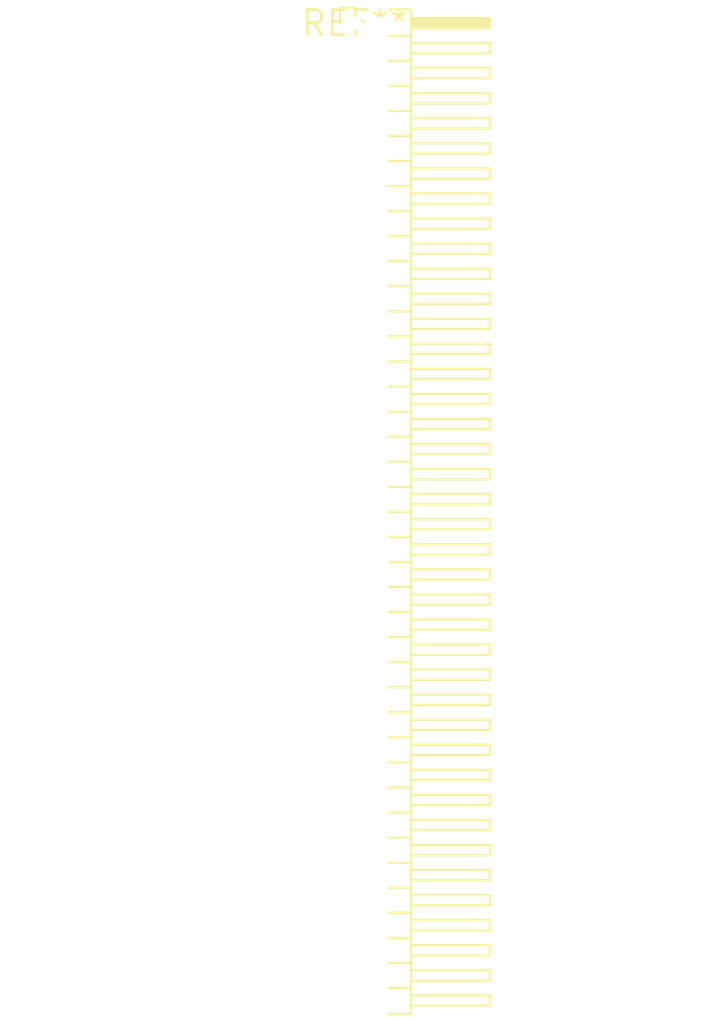
<source format=kicad_pcb>
(kicad_pcb (version 20240108) (generator pcbnew)
  (layers (0 "F.Cu" signal) (31 "B.Cu" signal) (34 "B.Paste" user) (35 "F.Paste" user) (36 "B.SilkS" user "B.Silkscreen") (37 "F.SilkS" user "F.Silkscreen") (38 "B.Mask" user) (39 "F.Mask" user) (44 "Edge.Cuts" user))
  (net 0 "")
  (footprint "PinHeader_2x40_P1.27mm_Horizontal" (layer "F.Cu") (at 0 0)
    (property "Reference" "REF**")
    (property "Value" "PinHeader_2x40_P1.27mm_Horizontal")
    (fp_line (start -0.76 -0.76) (end 0 -0.76) (layer "F.SilkS") (stroke (width 0.12)))
    (fp_line (start -0.76 0) (end -0.76 -0.76) (layer "F.SilkS") (stroke (width 0.12)))
    (fp_line (start 1.71 -0.695) (end 2.83 -0.695) (layer "F.SilkS") (stroke (width 0.12)))
    (fp_line (start 1.71 -0.619677) (end 1.71 -0.695) (layer "F.SilkS") (stroke (width 0.12)))
    (fp_line (start 1.71 0.619677) (end 1.71 0.650323) (layer "F.SilkS") (stroke (width 0.12)))
    (fp_line (start 1.71 0.635) (end 2.83 0.635) (layer "F.SilkS") (stroke (width 0.12)))
    (fp_line (start 1.71 1.889677) (end 1.71 1.920323) (layer "F.SilkS") (stroke (width 0.12)))
    (fp_line (start 1.71 1.905) (end 2.83 1.905) (layer "F.SilkS") (stroke (width 0.12)))
    (fp_line (start 1.71 3.159677) (end 1.71 3.190323) (layer "F.SilkS") (stroke (width 0.12)))
    (fp_line (start 1.71 3.175) (end 2.83 3.175) (layer "F.SilkS") (stroke (width 0.12)))
    (fp_line (start 1.71 4.429677) (end 1.71 4.460323) (layer "F.SilkS") (stroke (width 0.12)))
    (fp_line (start 1.71 4.445) (end 2.83 4.445) (layer "F.SilkS") (stroke (width 0.12)))
    (fp_line (start 1.71 5.699677) (end 1.71 5.730323) (layer "F.SilkS") (stroke (width 0.12)))
    (fp_line (start 1.71 5.715) (end 2.83 5.715) (layer "F.SilkS") (stroke (width 0.12)))
    (fp_line (start 1.71 6.969677) (end 1.71 7.000323) (layer "F.SilkS") (stroke (width 0.12)))
    (fp_line (start 1.71 6.985) (end 2.83 6.985) (layer "F.SilkS") (stroke (width 0.12)))
    (fp_line (start 1.71 8.239677) (end 1.71 8.270323) (layer "F.SilkS") (stroke (width 0.12)))
    (fp_line (start 1.71 8.255) (end 2.83 8.255) (layer "F.SilkS") (stroke (width 0.12)))
    (fp_line (start 1.71 9.509677) (end 1.71 9.540323) (layer "F.SilkS") (stroke (width 0.12)))
    (fp_line (start 1.71 9.525) (end 2.83 9.525) (layer "F.SilkS") (stroke (width 0.12)))
    (fp_line (start 1.71 10.779677) (end 1.71 10.810323) (layer "F.SilkS") (stroke (width 0.12)))
    (fp_line (start 1.71 10.795) (end 2.83 10.795) (layer "F.SilkS") (stroke (width 0.12)))
    (fp_line (start 1.71 12.049677) (end 1.71 12.080323) (layer "F.SilkS") (stroke (width 0.12)))
    (fp_line (start 1.71 12.065) (end 2.83 12.065) (layer "F.SilkS") (stroke (width 0.12)))
    (fp_line (start 1.71 13.319677) (end 1.71 13.350323) (layer "F.SilkS") (stroke (width 0.12)))
    (fp_line (start 1.71 13.335) (end 2.83 13.335) (layer "F.SilkS") (stroke (width 0.12)))
    (fp_line (start 1.71 14.589677) (end 1.71 14.620323) (layer "F.SilkS") (stroke (width 0.12)))
    (fp_line (start 1.71 14.605) (end 2.83 14.605) (layer "F.SilkS") (stroke (width 0.12)))
    (fp_line (start 1.71 15.859677) (end 1.71 15.890323) (layer "F.SilkS") (stroke (width 0.12)))
    (fp_line (start 1.71 15.875) (end 2.83 15.875) (layer "F.SilkS") (stroke (width 0.12)))
    (fp_line (start 1.71 17.129677) (end 1.71 17.160323) (layer "F.SilkS") (stroke (width 0.12)))
    (fp_line (start 1.71 17.145) (end 2.83 17.145) (layer "F.SilkS") (stroke (width 0.12)))
    (fp_line (start 1.71 18.399677) (end 1.71 18.430323) (layer "F.SilkS") (stroke (width 0.12)))
    (fp_line (start 1.71 18.415) (end 2.83 18.415) (layer "F.SilkS") (stroke (width 0.12)))
    (fp_line (start 1.71 19.669677) (end 1.71 19.700323) (layer "F.SilkS") (stroke (width 0.12)))
    (fp_line (start 1.71 19.685) (end 2.83 19.685) (layer "F.SilkS") (stroke (width 0.12)))
    (fp_line (start 1.71 20.939677) (end 1.71 20.970323) (layer "F.SilkS") (stroke (width 0.12)))
    (fp_line (start 1.71 20.955) (end 2.83 20.955) (layer "F.SilkS") (stroke (width 0.12)))
    (fp_line (start 1.71 22.209677) (end 1.71 22.240323) (layer "F.SilkS") (stroke (width 0.12)))
    (fp_line (start 1.71 22.225) (end 2.83 22.225) (layer "F.SilkS") (stroke (width 0.12)))
    (fp_line (start 1.71 23.479677) (end 1.71 23.510323) (layer "F.SilkS") (stroke (width 0.12)))
    (fp_line (start 1.71 23.495) (end 2.83 23.495) (layer "F.SilkS") (stroke (width 0.12)))
    (fp_line (start 1.71 24.749677) (end 1.71 24.780323) (layer "F.SilkS") (stroke (width 0.12)))
    (fp_line (start 1.71 24.765) (end 2.83 24.765) (layer "F.SilkS") (stroke (width 0.12)))
    (fp_line (start 1.71 26.019677) (end 1.71 26.050323) (layer "F.SilkS") (stroke (width 0.12)))
    (fp_line (start 1.71 26.035) (end 2.83 26.035) (layer "F.SilkS") (stroke (width 0.12)))
    (fp_line (start 1.71 27.289677) (end 1.71 27.320323) (layer "F.SilkS") (stroke (width 0.12)))
    (fp_line (start 1.71 27.305) (end 2.83 27.305) (layer "F.SilkS") (stroke (width 0.12)))
    (fp_line (start 1.71 28.559677) (end 1.71 28.590323) (layer "F.SilkS") (stroke (width 0.12)))
    (fp_line (start 1.71 28.575) (end 2.83 28.575) (layer "F.SilkS") (stroke (width 0.12)))
    (fp_line (start 1.71 29.829677) (end 1.71 29.860323) (layer "F.SilkS") (stroke (width 0.12)))
    (fp_line (start 1.71 29.845) (end 2.83 29.845) (layer "F.SilkS") (stroke (width 0.12)))
    (fp_line (start 1.71 31.099677) (end 1.71 31.130323) (layer "F.SilkS") (stroke (width 0.12)))
    (fp_line (start 1.71 31.115) (end 2.83 31.115) (layer "F.SilkS") (stroke (width 0.12)))
    (fp_line (start 1.71 32.369677) (end 1.71 32.400323) (layer "F.SilkS") (stroke (width 0.12)))
    (fp_line (start 1.71 32.385) (end 2.83 32.385) (layer "F.SilkS") (stroke (width 0.12)))
    (fp_line (start 1.71 33.639677) (end 1.71 33.670323) (layer "F.SilkS") (stroke (width 0.12)))
    (fp_line (start 1.71 33.655) (end 2.83 33.655) (layer "F.SilkS") (stroke (width 0.12)))
    (fp_line (start 1.71 34.909677) (end 1.71 34.940323) (layer "F.SilkS") (stroke (width 0.12)))
    (fp_line (start 1.71 34.925) (end 2.83 34.925) (layer "F.SilkS") (stroke (width 0.12)))
    (fp_line (start 1.71 36.179677) (end 1.71 36.210323) (layer "F.SilkS") (stroke (width 0.12)))
    (fp_line (start 1.71 36.195) (end 2.83 36.195) (layer "F.SilkS") (stroke (width 0.12)))
    (fp_line (start 1.71 37.449677) (end 1.71 37.480323) (layer "F.SilkS") (stroke (width 0.12)))
    (fp_line (start 1.71 37.465) (end 2.83 37.465) (layer "F.SilkS") (stroke (width 0.12)))
    (fp_line (start 1.71 38.719677) (end 1.71 38.750323) (layer "F.SilkS") (stroke (width 0.12)))
    (fp_line (start 1.71 38.735) (end 2.83 38.735) (layer "F.SilkS") (stroke (width 0.12)))
    (fp_line (start 1.71 39.989677) (end 1.71 40.020323) (layer "F.SilkS") (stroke (width 0.12)))
    (fp_line (start 1.71 40.005) (end 2.83 40.005) (layer "F.SilkS") (stroke (width 0.12)))
    (fp_line (start 1.71 41.259677) (end 1.71 41.290323) (layer "F.SilkS") (stroke (width 0.12)))
    (fp_line (start 1.71 41.275) (end 2.83 41.275) (layer "F.SilkS") (stroke (width 0.12)))
    (fp_line (start 1.71 42.529677) (end 1.71 42.560323) (layer "F.SilkS") (stroke (width 0.12)))
    (fp_line (start 1.71 42.545) (end 2.83 42.545) (layer "F.SilkS") (stroke (width 0.12)))
    (fp_line (start 1.71 43.799677) (end 1.71 43.830323) (layer "F.SilkS") (stroke (width 0.12)))
    (fp_line (start 1.71 43.815) (end 2.83 43.815) (layer "F.SilkS") (stroke (width 0.12)))
    (fp_line (start 1.71 45.069677) (end 1.71 45.100323) (layer "F.SilkS") (stroke (width 0.12)))
    (fp_line (start 1.71 45.085) (end 2.83 45.085) (layer "F.SilkS") (stroke (width 0.12)))
    (fp_line (start 1.71 46.339677) (end 1.71 46.370323) (layer "F.SilkS") (stroke (width 0.12)))
    (fp_line (start 1.71 46.355) (end 2.83 46.355) (layer "F.SilkS") (stroke (width 0.12)))
    (fp_line (start 1.71 47.609677) (end 1.71 47.640323) (layer "F.SilkS") (stroke (width 0.12)))
    (fp_line (start 1.71 47.625) (end 2.83 47.625) (layer "F.SilkS") (stroke (width 0.12)))
    (fp_line (start 1.71 48.879677) (end 1.71 48.910323) (layer "F.SilkS") (stroke (width 0.12)))
    (fp_line (start 1.71 48.895) (end 2.83 48.895) (layer "F.SilkS") (stroke (width 0.12)))
    (fp_line (start 1.71 50.225) (end 1.71 50.149677) (layer "F.SilkS") (stroke (width 0.12)))
    (fp_line (start 2.83 -0.695) (end 2.83 50.225) (layer "F.SilkS") (stroke (width 0.12)))
    (fp_line (start 2.83 -0.26) (end 6.83 -0.26) (layer "F.SilkS") (stroke (width 0.12)))
    (fp_line (start 2.83 -0.2) (end 6.83 -0.2) (layer "F.SilkS") (stroke (width 0.12)))
    (fp_line (start 2.83 -0.08) (end 6.83 -0.08) (layer "F.SilkS") (stroke (width 0.12)))
    (fp_line (start 2.83 0.04) (end 6.83 0.04) (layer "F.SilkS") (stroke (width 0.12)))
    (fp_line (start 2.83 0.16) (end 6.83 0.16) (layer "F.SilkS") (stroke (width 0.12)))
    (fp_line (start 2.83 1.01) (end 6.83 1.01) (layer "F.SilkS") (stroke (width 0.12)))
    (fp_line (start 2.83 2.28) (end 6.83 2.28) (layer "F.SilkS") (stroke (width 0.12)))
    (fp_line (start 2.83 3.55) (end 6.83 3.55) (layer "F.SilkS") (stroke (width 0.12)))
    (fp_line (start 2.83 4.82) (end 6.83 4.82) (layer "F.SilkS") (stroke (width 0.12)))
    (fp_line (start 2.83 6.09) (end 6.83 6.09) (layer "F.SilkS") (stroke (width 0.12)))
    (fp_line (start 2.83 7.36) (end 6.83 7.36) (layer "F.SilkS") (stroke (width 0.12)))
    (fp_line (start 2.83 8.63) (end 6.83 8.63) (layer "F.SilkS") (stroke (width 0.12)))
    (fp_line (start 2.83 9.9) (end 6.83 9.9) (layer "F.SilkS") (stroke (width 0.12)))
    (fp_line (start 2.83 11.17) (end 6.83 11.17) (layer "F.SilkS") (stroke (width 0.12)))
    (fp_line (start 2.83 12.44) (end 6.83 12.44) (layer "F.SilkS") (stroke (width 0.12)))
    (fp_line (start 2.83 13.71) (end 6.83 13.71) (layer "F.SilkS") (stroke (width 0.12)))
    (fp_line (start 2.83 14.98) (end 6.83 14.98) (layer "F.SilkS") (stroke (width 0.12)))
    (fp_line (start 2.83 16.25) (end 6.83 16.25) (layer "F.SilkS") (stroke (width 0.12)))
    (fp_line (start 2.83 17.52) (end 6.83 17.52) (layer "F.SilkS") (stroke (width 0.12)))
    (fp_line (start 2.83 18.79) (end 6.83 18.79) (layer "F.SilkS") (stroke (width 0.12)))
    (fp_line (start 2.83 20.06) (end 6.83 20.06) (layer "F.SilkS") (stroke (width 0.12)))
    (fp_line (start 2.83 21.33) (end 6.83 21.33) (layer "F.SilkS") (stroke (width 0.12)))
    (fp_line (start 2.83 22.6) (end 6.83 22.6) (layer "F.SilkS") (stroke (width 0.12)))
    (fp_line (start 2.83 23.87) (end 6.83 23.87) (layer "F.SilkS") (stroke (width 0.12)))
    (fp_line (start 2.83 25.14) (end 6.83 25.14) (layer "F.SilkS") (stroke (width 0.12)))
    (fp_line (start 2.83 26.41) (end 6.83 26.41) (layer "F.SilkS") (stroke (width 0.12)))
    (fp_line (start 2.83 27.68) (end 6.83 27.68) (layer "F.SilkS") (stroke (width 0.12)))
    (fp_line (start 2.83 28.95) (end 6.83 28.95) (layer "F.SilkS") (stroke (width 0.12)))
    (fp_line (start 2.83 30.22) (end 6.83 30.22) (layer "F.SilkS") (stroke (width 0.12)))
    (fp_line (start 2.83 31.49) (end 6.83 31.49) (layer "F.SilkS") (stroke (width 0.12)))
    (fp_line (start 2.83 32.76) (end 6.83 32.76) (layer "F.SilkS") (stroke (width 0.12)))
    (fp_line (start 2.83 34.03) (end 6.83 34.03) (layer "F.SilkS") (stroke (width 0.12)))
    (fp_line (start 2.83 35.3) (end 6.83 35.3) (layer "F.SilkS") (stroke (width 0.12)))
    (fp_line (start 2.83 36.57) (end 6.83 36.57) (layer "F.SilkS") (stroke (width 0.12)))
    (fp_line (start 2.83 37.84) (end 6.83 37.84) (layer "F.SilkS") (stroke (width 0.12)))
    (fp_line (start 2.83 39.11) (end 6.83 39.11) (layer "F.SilkS") (stroke (width 0.12)))
    (fp_line (start 2.83 40.38) (end 6.83 40.38) (layer "F.SilkS") (stroke (width 0.12)))
    (fp_line (start 2.83 41.65) (end 6.83 41.65) (layer "F.SilkS") (stroke (width 0.12)))
    (fp_line (start 2.83 42.92) (end 6.83 42.92) (layer "F.SilkS") (stroke (width 0.12)))
    (fp_line (start 2.83 44.19) (end 6.83 44.19) (layer "F.SilkS") (stroke (width 0.12)))
    (fp_line (start 2.83 45.46) (end 6.83 45.46) (layer "F.SilkS") (stroke (width 0.12)))
    (fp_line (start 2.83 46.73) (end 6.83 46.73) (layer "F.SilkS") (stroke (width 0.12)))
    (fp_line (start 2.83 48) (end 6.83 48) (layer "F.SilkS") (stroke (width 0.12)))
    (fp_line (start 2.83 49.27) (end 6.83 49.27) (layer "F.SilkS") (stroke (width 0.12)))
    (fp_line (start 2.83 50.225) (end 1.71 50.225) (layer "F.SilkS") (stroke (width 0.12)))
    (fp_line (start 6.83 -0.26) (end 6.83 0.26) (layer "F.SilkS") (stroke (width 0.12)))
    (fp_line (start 6.83 0.26) (end 2.83 0.26) (layer "F.SilkS") (stroke (width 0.12)))
    (fp_line (start 6.83 1.01) (end 6.83 1.53) (layer "F.SilkS") (stroke (width 0.12)))
    (fp_line (start 6.83 1.53) (end 2.83 1.53) (layer "F.SilkS") (stroke (width 0.12)))
    (fp_line (start 6.83 2.28) (end 6.83 2.8) (layer "F.SilkS") (stroke (width 0.12)))
    (fp_line (start 6.83 2.8) (end 2.83 2.8) (layer "F.SilkS") (stroke (width 0.12)))
    (fp_line (start 6.83 3.55) (end 6.83 4.07) (layer "F.SilkS") (stroke (width 0.12)))
    (fp_line (start 6.83 4.07) (end 2.83 4.07) (layer "F.SilkS") (stroke (width 0.12)))
    (fp_line (start 6.83 4.82) (end 6.83 5.34) (layer "F.SilkS") (stroke (width 0.12)))
    (fp_line (start 6.83 5.34) (end 2.83 5.34) (layer "F.SilkS") (stroke (width 0.12)))
    (fp_line (start 6.83 6.09) (end 6.83 6.61) (layer "F.SilkS") (stroke (width 0.12)))
    (fp_line (start 6.83 6.61) (end 2.83 6.61) (layer "F.SilkS") (stroke (width 0.12)))
    (fp_line (start 6.83 7.36) (end 6.83 7.88) (layer "F.SilkS") (stroke (width 0.12)))
    (fp_line (start 6.83 7.88) (end 2.83 7.88) (layer "F.SilkS") (stroke (width 0.12)))
    (fp_line (start 6.83 8.63) (end 6.83 9.15) (layer "F.SilkS") (stroke (width 0.12)))
    (fp_line (start 6.83 9.15) (end 2.83 9.15) (layer "F.SilkS") (stroke (width 0.12)))
    (fp_line (start 6.83 9.9) (end 6.83 10.42) (layer "F.SilkS") (stroke (width 0.12)))
    (fp_line (start 6.83 10.42) (end 2.83 10.42) (layer "F.SilkS") (stroke (width 0.12)))
    (fp_line (start 6.83 11.17) (end 6.83 11.69) (layer "F.SilkS") (stroke (width 0.12)))
    (fp_line (start 6.83 11.69) (end 2.83 11.69) (layer "F.SilkS") (stroke (width 0.12)))
    (fp_line (start 6.83 12.44) (end 6.83 12.96) (layer "F.SilkS") (stroke (width 0.12)))
    (fp_line (start 6.83 12.96) (end 2.83 12.96) (layer "F.SilkS") (stroke (width 0.12)))
    (fp_line (start 6.83 13.71) (end 6.83 14.23) (layer "F.SilkS") (stroke (width 0.12)))
    (fp_line (start 6.83 14.23) (end 2.83 14.23) (layer "F.SilkS") (stroke (width 0.12)))
    (fp_line (start 6.83 14.98) (end 6.83 15.5) (layer "F.SilkS") (stroke (width 0.12)))
    (fp_line (start 6.83 15.5) (end 2.83 15.5) (layer "F.SilkS") (stroke (width 0.12)))
    (fp_line (start 6.83 16.25) (end 6.83 16.77) (layer "F.SilkS") (stroke (width 0.12)))
    (fp_line (start 6.83 16.77) (end 2.83 16.77) (layer "F.SilkS") (stroke (width 0.12)))
    (fp_line (start 6.83 17.52) (end 6.83 18.04) (layer "F.SilkS") (stroke (width 0.12)))
    (fp_line (start 6.83 18.04) (end 2.83 18.04) (layer "F.SilkS") (stroke (width 0.12)))
    (fp_line (start 6.83 18.79) (end 6.83 19.31) (layer "F.SilkS") (stroke (width 0.12)))
    (fp_line (start 6.83 19.31) (end 2.83 19.31) (layer "F.SilkS") (stroke (width 0.12)))
    (fp_line (start 6.83 20.06) (end 6.83 20.58) (layer "F.SilkS") (stroke (width 0.12)))
    (fp_line (start 6.83 20.58) (end 2.83 20.58) (layer "F.SilkS") (stroke (width 0.12)))
    (fp_line (start 6.83 21.33) (end 6.83 21.85) (layer "F.SilkS") (stroke (width 0.12)))
    (fp_line (start 6.83 21.85) (end 2.83 21.85) (layer "F.SilkS") (stroke (width 0.12)))
    (fp_line (start 6.83 22.6) (end 6.83 23.12) (layer "F.SilkS") (stroke (width 0.12)))
    (fp_line (start 6.83 23.12) (end 2.83 23.12) (layer "F.SilkS") (stroke (width 0.12)))
    (fp_line (start 6.83 23.87) (end 6.83 24.39) (layer "F.SilkS") (stroke (width 0.12)))
    (fp_line (start 6.83 24.39) (end 2.83 24.39) (layer "F.SilkS") (stroke (width 0.12)))
    (fp_line (start 6.83 25.14) (end 6.83 25.66) (layer "F.SilkS") (stroke (width 0.12)))
    (fp_line (start 6.83 25.66) (end 2.83 25.66) (layer "F.SilkS") (stroke (width 0.12)))
    (fp_line (start 6.83 26.41) (end 6.83 26.93) (layer "F.SilkS") (stroke (width 0.12)))
    (fp_line (start 6.83 26.93) (end 2.83 26.93) (layer "F.SilkS") (stroke (width 0.12)))
    (fp_line (start 6.83 27.68) (end 6.83 28.2) (layer "F.SilkS") (stroke (width 0.12)))
    (fp_line (start 6.83 28.2) (end 2.83 28.2) (layer "F.SilkS") (stroke (width 0.12)))
    (fp_line (start 6.83 28.95) (end 6.83 29.47) (layer "F.SilkS") (stroke (width 0.12)))
    (fp_line (start 6.83 29.47) (end 2.83 29.47) (layer "F.SilkS") (stroke (width 0.12)))
    (fp_line (start 6.83 30.22) (end 6.83 30.74) (layer "F.SilkS") (stroke (width 0.12)))
    (fp_line (start 6.83 30.74) (end 2.83 30.74) (layer "F.SilkS") (stroke (width 0.12)))
    (fp_line (start 6.83 31.49) (end 6.83 32.01) (layer "F.SilkS") (stroke (width 0.12)))
    (fp_line (start 6.83 32.01) (end 2.83 32.01) (layer "F.SilkS") (stroke (width 0.12)))
    (fp_line (start 6.83 32.76) (end 6.83 33.28) (layer "F.SilkS") (stroke (width 0.12)))
    (fp_line (start 6.83 33.28) (end 2.83 33.28) (layer "F.SilkS") (stroke (width 0.12)))
    (fp_line (start 6.83 34.03) (end 6.83 34.55) (layer "F.SilkS") (stroke (width 0.12)))
    (fp_line (start 6.83 34.55) (end 2.83 34.55) (layer "F.SilkS") (stroke (width 0.12)))
    (fp_line (start 6.83 35.3) (end 6.83 35.82) (layer "F.SilkS") (stroke (width 0.12)))
    (fp_line (start 6.83 35.82) (end 2.83 35.82) (layer "F.SilkS") (stroke (width 0.12)))
    (fp_line (start 6.83 36.57) (end 6.83 37.09) (layer "F.SilkS") (stroke (width 0.12)))
    (fp_line (start 6.83 37.09) (end 2.83 37.09) (layer "F.SilkS") (stroke (width 0.12)))
    (fp_line (start 6.83 37.84) (end 6.83 38.36) (layer "F.SilkS") (stroke (width 0.12)))
    (fp_line (start 6.83 38.36) (end 2.83 38.36) (layer "F.SilkS") (stroke (width 0.12)))
    (fp_line (start 6.83 39.11) (end 6.83 39.63) (layer "F.SilkS") (stroke (width 0.12)))
    (fp_line (start 6.83 39.63) (end 2.83 39.63) (layer "F.SilkS") (stroke (width 0.12)))
    (fp_line (start 6.83 40.38) (end 6.83 40.9) (layer "F.SilkS") (stroke (width 0.12)))
    (fp_line (start 6.83 40.9) (end 2.83 40.9) (layer "F.SilkS") (stroke (width 0.12)))
    (fp_line (start 6.83 41.65) (end 6.83 42.17) (layer "F.SilkS") (stroke (width 0.12)))
    (fp_line (start 6.83 42.17) (end 2.83 42.17) (layer "F.SilkS") (stroke (width 0.12)))
    (fp_line (start 6.83 42.92) (end 6.83 43.44) (layer "F.SilkS") (stroke (width 0.12)))
    (fp_line (start 6.83 43.44) (end 2.83 43.44) (layer "F.SilkS") (stroke (width 0.12)))
    (fp_line (start 6.83 44.19) (end 6.83 44.71) (layer "F.SilkS") (stroke (width 0.12)))
    (fp_line (start 6.83 44.71) (end 2.83 44.71) (layer "F.SilkS") (stroke (width 0.12)))
    (fp_line (start 6.83 45.46) (end 6.83 45.98) (layer "F.SilkS") (stroke (width 0.12)))
    (fp_line (start 6.83 45.98) (end 2.83 45.98) (layer "F.SilkS") (stroke (width 0.12)))
    (fp_line (start 6.83 46.73) (end 6.83 47.25) (layer "F.SilkS") (stroke (width 0.12)))
    (fp_line (start 6.83 47.25) (end 2.83 47.25) (layer "F.SilkS") (stroke (width 0.12)))
    (fp_line (start 6.83 48) (end 6.83 48.52) (layer "F.SilkS") (stroke (width 0.12)))
    (fp_line (start 6.83 48.52) (end 2.83 48.52) (layer "F.SilkS") (stroke (width 0.12)))
    (fp_line (start 6.83 49.27) (end 6.83 49.79) (layer "F.SilkS") (stroke (width 0.12)))
    (fp_line (start 6.83 49.79) (end 2.83 49.79) (layer "F.SilkS") (stroke (width 0.12)))
    (pad "1" thru_hole rect (at 0 0) (size 1 1) (drill 0.65) (layers *.Cu *.Mask) (remove_unused_layers))
    (pad "2" thru_hole oval (at 1.27 0) (size 1 1) (drill 0.65) (layers *.Cu *.Mask) (remove_unused_layers))
    (pad "3" thru_hole oval (at 0 1.27) (size 1 1) (drill 0.65) (layers *.Cu *.Mask) (remove_unused_layers))
    (pad "4" thru_hole oval (at 1.27 1.27) (size 1 1) (drill 0.65) (layers *.Cu *.Mask) (remove_unused_layers))
    (pad "5" thru_hole oval (at 0 2.54) (size 1 1) (drill 0.65) (layers *.Cu *.Mask) (remove_unused_layers))
    (pad "6" thru_hole oval (at 1.27 2.54) (size 1 1) (drill 0.65) (layers *.Cu *.Mask) (remove_unused_layers))
    (pad "7" thru_hole oval (at 0 3.81) (size 1 1) (drill 0.65) (layers *.Cu *.Mask) (remove_unused_layers))
    (pad "8" thru_hole oval (at 1.27 3.81) (size 1 1) (drill 0.65) (layers *.Cu *.Mask) (remove_unused_layers))
    (pad "9" thru_hole oval (at 0 5.08) (size 1 1) (drill 0.65) (layers *.Cu *.Mask) (remove_unused_layers))
    (pad "10" thru_hole oval (at 1.27 5.08) (size 1 1) (drill 0.65) (layers *.Cu *.Mask) (remove_unused_layers))
    (pad "11" thru_hole oval (at 0 6.35) (size 1 1) (drill 0.65) (layers *.Cu *.Mask) (remove_unused_layers))
    (pad "12" thru_hole oval (at 1.27 6.35) (size 1 1) (drill 0.65) (layers *.Cu *.Mask) (remove_unused_layers))
    (pad "13" thru_hole oval (at 0 7.62) (size 1 1) (drill 0.65) (layers *.Cu *.Mask) (remove_unused_layers))
    (pad "14" thru_hole oval (at 1.27 7.62) (size 1 1) (drill 0.65) (layers *.Cu *.Mask) (remove_unused_layers))
    (pad "15" thru_hole oval (at 0 8.89) (size 1 1) (drill 0.65) (layers *.Cu *.Mask) (remove_unused_layers))
    (pad "16" thru_hole oval (at 1.27 8.89) (size 1 1) (drill 0.65) (layers *.Cu *.Mask) (remove_unused_layers))
    (pad "17" thru_hole oval (at 0 10.16) (size 1 1) (drill 0.65) (layers *.Cu *.Mask) (remove_unused_layers))
    (pad "18" thru_hole oval (at 1.27 10.16) (size 1 1) (drill 0.65) (layers *.Cu *.Mask) (remove_unused_layers))
    (pad "19" thru_hole oval (at 0 11.43) (size 1 1) (drill 0.65) (layers *.Cu *.Mask) (remove_unused_layers))
    (pad "20" thru_hole oval (at 1.27 11.43) (size 1 1) (drill 0.65) (layers *.Cu *.Mask) (remove_unused_layers))
    (pad "21" thru_hole oval (at 0 12.7) (size 1 1) (drill 0.65) (layers *.Cu *.Mask) (remove_unused_layers))
    (pad "22" thru_hole oval (at 1.27 12.7) (size 1 1) (drill 0.65) (layers *.Cu *.Mask) (remove_unused_layers))
    (pad "23" thru_hole oval (at 0 13.97) (size 1 1) (drill 0.65) (layers *.Cu *.Mask) (remove_unused_layers))
    (pad "24" thru_hole oval (at 1.27 13.97) (size 1 1) (drill 0.65) (layers *.Cu *.Mask) (remove_unused_layers))
    (pad "25" thru_hole oval (at 0 15.24) (size 1 1) (drill 0.65) (layers *.Cu *.Mask) (remove_unused_layers))
    (pad "26" thru_hole oval (at 1.27 15.24) (size 1 1) (drill 0.65) (layers *.Cu *.Mask) (remove_unused_layers))
    (pad "27" thru_hole oval (at 0 16.51) (size 1 1) (drill 0.65) (layers *.Cu *.Mask) (remove_unused_layers))
    (pad "28" thru_hole oval (at 1.27 16.51) (size 1 1) (drill 0.65) (layers *.Cu *.Mask) (remove_unused_layers))
    (pad "29" thru_hole oval (at 0 17.78) (size 1 1) (drill 0.65) (layers *.Cu *.Mask) (remove_unused_layers))
    (pad "30" thru_hole oval (at 1.27 17.78) (size 1 1) (drill 0.65) (layers *.Cu *.Mask) (remove_unused_layers))
    (pad "31" thru_hole oval (at 0 19.05) (size 1 1) (drill 0.65) (layers *.Cu *.Mask) (remove_unused_layers))
    (pad "32" thru_hole oval (at 1.27 19.05) (size 1 1) (drill 0.65) (layers *.Cu *.Mask) (remove_unused_layers))
    (pad "33" thru_hole oval (at 0 20.32) (size 1 1) (drill 0.65) (layers *.Cu *.Mask) (remove_unused_layers))
    (pad "34" thru_hole oval (at 1.27 20.32) (size 1 1) (drill 0.65) (layers *.Cu *.Mask) (remove_unused_layers))
    (pad "35" thru_hole oval (at 0 21.59) (size 1 1) (drill 0.65) (layers *.Cu *.Mask) (remove_unused_layers))
    (pad "36" thru_hole oval (at 1.27 21.59) (size 1 1) (drill 0.65) (layers *.Cu *.Mask) (remove_unused_layers))
    (pad "37" thru_hole oval (at 0 22.86) (size 1 1) (drill 0.65) (layers *.Cu *.Mask) (remove_unused_layers))
    (pad "38" thru_hole oval (at 1.27 22.86) (size 1 1) (drill 0.65) (layers *.Cu *.Mask) (remove_unused_layers))
    (pad "39" thru_hole oval (at 0 24.13) (size 1 1) (drill 0.65) (layers *.Cu *.Mask) (remove_unused_layers))
    (pad "40" thru_hole oval (at 1.27 24.13) (size 1 1) (drill 0.65) (layers *.Cu *.Mask) (remove_unused_layers))
    (pad "41" thru_hole oval (at 0 25.4) (size 1 1) (drill 0.65) (layers *.Cu *.Mask) (remove_unused_layers))
    (pad "42" thru_hole oval (at 1.27 25.4) (size 1 1) (drill 0.65) (layers *.Cu *.Mask) (remove_unused_layers))
    (pad "43" thru_hole oval (at 0 26.67) (size 1 1) (drill 0.65) (layers *.Cu *.Mask) (remove_unused_layers))
    (pad "44" thru_hole oval (at 1.27 26.67) (size 1 1) (drill 0.65) (layers *.Cu *.Mask) (remove_unused_layers))
    (pad "45" thru_hole oval (at 0 27.94) (size 1 1) (drill 0.65) (layers *.Cu *.Mask) (remove_unused_layers))
    (pad "46" thru_hole oval (at 1.27 27.94) (size 1 1) (drill 0.65) (layers *.Cu *.Mask) (remove_unused_layers))
    (pad "47" thru_hole oval (at 0 29.21) (size 1 1) (drill 0.65) (layers *.Cu *.Mask) (remove_unused_layers))
    (pad "48" thru_hole oval (at 1.27 29.21) (size 1 1) (drill 0.65) (layers *.Cu *.Mask) (remove_unused_layers))
    (pad "49" thru_hole oval (at 0 30.48) (size 1 1) (drill 0.65) (layers *.Cu *.Mask) (remove_unused_layers))
    (pad "50" thru_hole oval (at 1.27 30.48) (size 1 1) (drill 0.65) (layers *.Cu *.Mask) (remove_unused_layers))
    (pad "51" thru_hole oval (at 0 31.75) (size 1 1) (drill 0.65) (layers *.Cu *.Mask) (remove_unused_layers))
    (pad "52" thru_hole oval (at 1.27 31.75) (size 1 1) (drill 0.65) (layers *.Cu *.Mask) (remove_unused_layers))
    (pad "53" thru_hole oval (at 0 33.02) (size 1 1) (drill 0.65) (layers *.Cu *.Mask) (remove_unused_layers))
    (pad "54" thru_hole oval (at 1.27 33.02) (size 1 1) (drill 0.65) (layers *.Cu *.Mask) (remove_unused_layers))
    (pad "55" thru_hole oval (at 0 34.29) (size 1 1) (drill 0.65) (layers *.Cu *.Mask) (remove_unused_layers))
    (pad "56" thru_hole oval (at 1.27 34.29) (size 1 1) (drill 0.65) (layers *.Cu *.Mask) (remove_unused_layers))
    (pad "57" thru_hole oval (at 0 35.56) (size 1 1) (drill 0.65) (layers *.Cu *.Mask) (remove_unused_layers))
    (pad "58" thru_hole oval (at 1.27 35.56) (size 1 1) (drill 0.65) (layers *.Cu *.Mask) (remove_unused_layers))
    (pad "59" thru_hole oval (at 0 36.83) (size 1 1) (drill 0.65) (layers *.Cu *.Mask) (remove_unused_layers))
    (pad "60" thru_hole oval (at 1.27 36.83) (size 1 1) (drill 0.65) (layers *.Cu *.Mask) (remove_unused_layers))
    (pad "61" thru_hole oval (at 0 38.1) (size 1 1) (drill 0.65) (layers *.Cu *.Mask) (remove_unused_layers))
    (pad "62" thru_hole oval (at 1.27 38.1) (size 1 1) (drill 0.65) (layers *.Cu *.Mask) (remove_unused_layers))
    (pad "63" thru_hole oval (at 0 39.37) (size 1 1) (drill 0.65) (layers *.Cu *.Mask) (remove_unused_layers))
    (pad "64" thru_hole oval (at 1.27 39.37) (size 1 1) (drill 0.65) (layers *.Cu *.Mask) (remove_unused_layers))
    (pad "65" thru_hole oval (at 0 40.64) (size 1 1) (drill 0.65) (layers *.Cu *.Mask) (remove_unused_layers))
    (pad "66" thru_hole oval (at 1.27 40.64) (size 1 1) (drill 0.65) (layers *.Cu *.Mask) (remove_unused_layers))
    (pad "67" thru_hole oval (at 0 41.91) (size 1 1) (drill 0.65) (layers *.Cu *.Mask) (remove_unused_layers))
    (pad "68" thru_hole oval (at 1.27 41.91) (size 1 1) (drill 0.65) (layers *.Cu *.Mask) (remove_unused_layers))
    (pad "69" thru_hole oval (at 0 43.18) (size 1 1) (drill 0.65) (layers *.Cu *.Mask) (remove_unused_layers))
    (pad "70" thru_hole oval (at 1.27 43.18) (size 1 1) (drill 0.65) (layers *.Cu *.Mask) (remove_unused_layers))
    (pad "71" thru_hole oval (at 0 44.45) (size 1 1) (drill 0.65) (layers *.Cu *.Mask) (remove_unused_layers))
    (pad "72" thru_hole oval (at 1.27 44.45) (size 1 1) (drill 0.65) (layers *.Cu *.Mask) (remove_unused_layers))
    (pad "73" thru_hole oval (at 0 45.72) (size 1 1) (drill 0.65) (layers *.Cu *.Mask) (remove_unused_layers))
    (pad "74" thru_hole oval (at 1.27 45.72) (size 1 1) (drill 0.65) (layers *.Cu *.Mask) (remove_unused_layers))
    (pad "75" thru_hole oval (at 0 46.99) (size 1 1) (drill 0.65) (layers *.Cu *.Mask) (remove_unused_layers))
    (pad "76" thru_hole oval (at 1.27 46.99) (size 1 1) (drill 0.65) (layers *.Cu *.Mask) (remove_unused_layers))
    (pad "77" thru_hole oval (at 0 48.26) (size 1 1) (drill 0.65) (layers *.Cu *.Mask) (remove_unused_layers))
    (pad "78" thru_hole oval (at 1.27 48.26) (size 1 1) (drill 0.65) (layers *.Cu *.Mask) (remove_unused_layers))
    (pad "79" thru_hole oval (at 0 49.53) (size 1 1) (drill 0.65) (layers *.Cu *.Mask) (remove_unused_layers))
    (pad "80" thru_hole oval (at 1.27 49.53) (size 1 1) (drill 0.65) (layers *.Cu *.Mask) (remove_unused_layers))
  )
)
</source>
